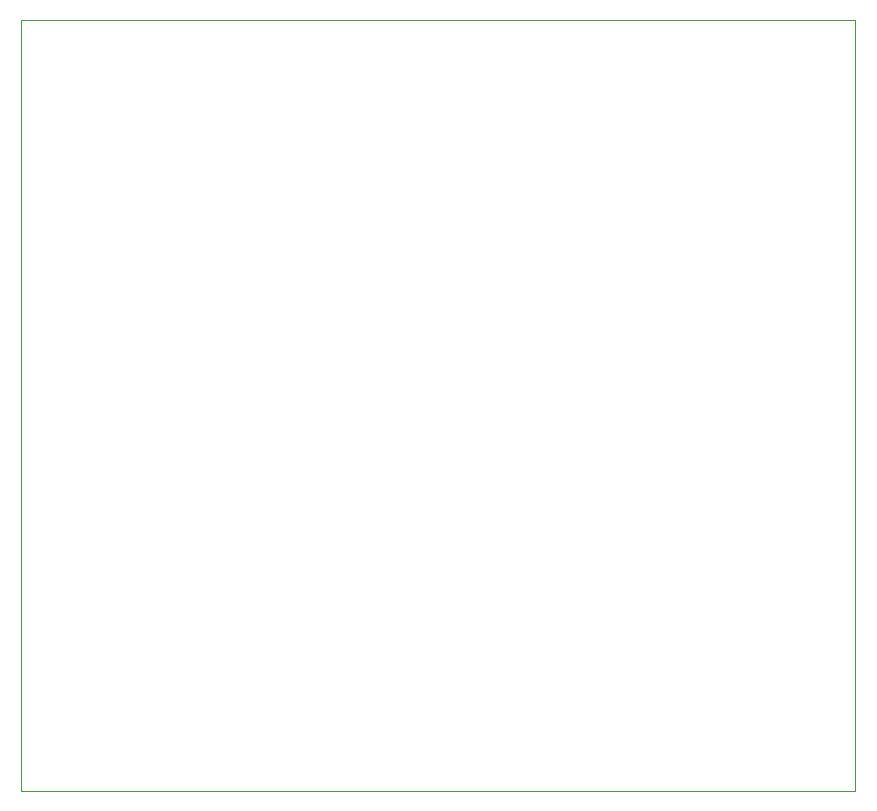
<source format=gbr>
%TF.GenerationSoftware,KiCad,Pcbnew,7.0.1*%
%TF.CreationDate,2023-04-07T12:38:16-07:00*%
%TF.ProjectId,receive mcu prototype r1,72656365-6976-4652-906d-63752070726f,rev?*%
%TF.SameCoordinates,Original*%
%TF.FileFunction,Profile,NP*%
%FSLAX46Y46*%
G04 Gerber Fmt 4.6, Leading zero omitted, Abs format (unit mm)*
G04 Created by KiCad (PCBNEW 7.0.1) date 2023-04-07 12:38:16*
%MOMM*%
%LPD*%
G01*
G04 APERTURE LIST*
%TA.AperFunction,Profile*%
%ADD10C,0.100000*%
%TD*%
G04 APERTURE END LIST*
D10*
X73660000Y-28702000D02*
X144272000Y-28702000D01*
X144272000Y-93980000D01*
X73660000Y-93980000D01*
X73660000Y-28702000D01*
M02*

</source>
